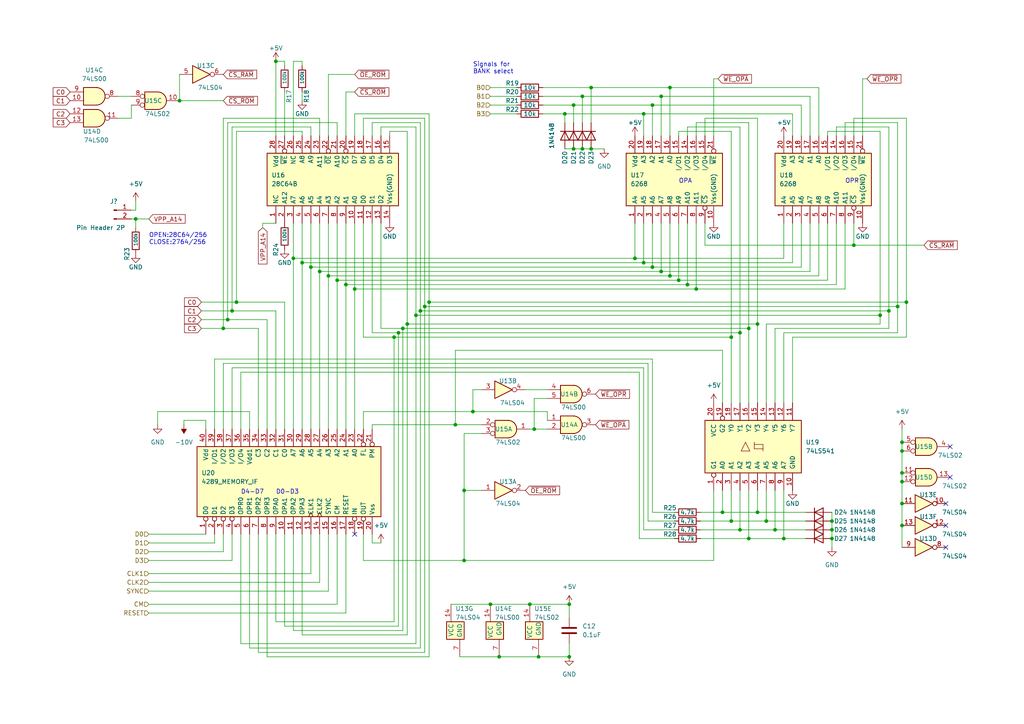
<source format=kicad_sch>
(kicad_sch (version 20211123) (generator eeschema)
  (paper "A4")
  (lib_symbols
    (symbol "000_MyLibrary:28C64B"
      (property "Reference" "U" (at -7.62 19.05 0))
      (property "Value" "28C64B" (at 1.27 19.05 0))
      (symbol "28C64B_1_1"
        (pin free line (at -12.7 15.24 0) (length 5.08) (name "NC") (number "1"))
        (pin input line (at -12.7 -7.62 0) (length 5.08) (name "A0") (number "10"))
        (pin tri_state line (at -12.7 -10.16 0) (length 5.08) (name "D0") (number "11"))
        (pin tri_state line (at -12.7 -12.7 0) (length 5.08) (name "D1") (number "12"))
        (pin tri_state line (at -12.7 -15.24 0) (length 5.08) (name "D2") (number "13"))
        (pin power_in line (at -12.7 -17.78 0) (length 5.08) (name "Vss(GND)") (number "14"))
        (pin tri_state line (at 12.7 -17.78 180) (length 5.08) (name "D3") (number "15"))
        (pin tri_state line (at 12.7 -15.24 180) (length 5.08) (name "D4") (number "16"))
        (pin tri_state line (at 12.7 -12.7 180) (length 5.08) (name "D5") (number "17"))
        (pin tri_state line (at 12.7 -10.16 180) (length 5.08) (name "D6") (number "18"))
        (pin tri_state line (at 12.7 -7.62 180) (length 5.08) (name "D7") (number "19"))
        (pin input line (at -12.7 12.7 0) (length 5.08) (name "A12") (number "2"))
        (pin input inverted (at 12.7 -5.08 180) (length 5.08) (name "~{CS}") (number "20"))
        (pin input line (at 12.7 -2.54 180) (length 5.08) (name "A10") (number "21"))
        (pin input inverted (at 12.7 0 180) (length 5.08) (name "~{OE}") (number "22"))
        (pin input line (at 12.7 2.54 180) (length 5.08) (name "A11") (number "23"))
        (pin input line (at 12.7 5.08 180) (length 5.08) (name "A9") (number "24"))
        (pin input line (at 12.7 7.62 180) (length 5.08) (name "A8") (number "25"))
        (pin free line (at 12.7 10.16 180) (length 5.08) (name "NC") (number "26"))
        (pin input inverted (at 12.7 12.7 180) (length 5.08) (name "~{WE}") (number "27"))
        (pin power_in line (at 12.7 15.24 180) (length 5.08) (name "Vdd") (number "28"))
        (pin input line (at -12.7 10.16 0) (length 5.08) (name "A7") (number "3"))
        (pin input line (at -12.7 7.62 0) (length 5.08) (name "A6") (number "4"))
        (pin input line (at -12.7 5.08 0) (length 5.08) (name "A5") (number "5"))
        (pin input line (at -12.7 2.54 0) (length 5.08) (name "A4") (number "6"))
        (pin input line (at -12.7 0 0) (length 5.08) (name "A3") (number "7"))
        (pin input line (at -12.7 -2.54 0) (length 5.08) (name "A2") (number "8"))
        (pin input line (at -12.7 -5.08 0) (length 5.08) (name "A1") (number "9"))
      )
    )
    (symbol "000_MyLibrary:4289_MEMORY_IF"
      (property "Reference" "U" (at -7.62 30.48 0))
      (property "Value" "4289_MEMORY_IF" (at 7.62 27.94 0))
      (symbol "4289_MEMORY_IF_1_1"
        (pin bidirectional inverted (at -15.24 24.13 0) (length 5.08) (name "D0") (number "1"))
        (pin input line (at -15.24 1.27 0) (length 5.08) (name "OPA1") (number "10"))
        (pin input line (at -15.24 -1.27 0) (length 5.08) (name "OPA2") (number "11"))
        (pin input line (at -15.24 -3.81 0) (length 5.08) (name "OPA3") (number "12"))
        (pin input clock (at -15.24 -6.35 0) (length 5.08) (name "CLK1") (number "13"))
        (pin input clock (at -15.24 -8.89 0) (length 5.08) (name "CLK2") (number "14"))
        (pin input line (at -15.24 -11.43 0) (length 5.08) (name "SYNC") (number "15"))
        (pin input line (at -15.24 -13.97 0) (length 5.08) (name "CM") (number "16"))
        (pin input line (at -15.24 -16.51 0) (length 5.08) (name "RESET") (number "17"))
        (pin output inverted (at -15.24 -19.05 0) (length 5.08) (name "IN") (number "18"))
        (pin output inverted (at -15.24 -21.59 0) (length 5.08) (name "OUT") (number "19"))
        (pin bidirectional inverted (at -15.24 21.59 0) (length 5.08) (name "D1") (number "2"))
        (pin power_in line (at -15.24 -24.13 0) (length 5.08) (name "Vss") (number "20"))
        (pin output inverted (at 15.24 -24.13 180) (length 5.08) (name "PM") (number "21"))
        (pin output inverted (at 15.24 -21.59 180) (length 5.08) (name "FL") (number "22"))
        (pin output line (at 15.24 -19.05 180) (length 5.08) (name "A0") (number "23"))
        (pin output line (at 15.24 -16.51 180) (length 5.08) (name "A1") (number "24"))
        (pin output line (at 15.24 -13.97 180) (length 5.08) (name "A2") (number "25"))
        (pin output line (at 15.24 -11.43 180) (length 5.08) (name "A3") (number "26"))
        (pin output line (at 15.24 -8.89 180) (length 5.08) (name "A4") (number "27"))
        (pin output line (at 15.24 -6.35 180) (length 5.08) (name "A5") (number "28"))
        (pin output line (at 15.24 -3.81 180) (length 5.08) (name "A6") (number "29"))
        (pin bidirectional inverted (at -15.24 19.05 0) (length 5.08) (name "D2") (number "3"))
        (pin output line (at 15.24 -1.27 180) (length 5.08) (name "A7") (number "30"))
        (pin output line (at 15.24 1.27 180) (length 5.08) (name "C0") (number "31"))
        (pin output line (at 15.24 3.81 180) (length 5.08) (name "C1") (number "32"))
        (pin output line (at 15.24 6.35 180) (length 5.08) (name "C2") (number "33"))
        (pin output line (at 15.24 8.89 180) (length 5.08) (name "C3") (number "34"))
        (pin power_in line (at 15.24 11.43 180) (length 5.08) (name "Vdd1") (number "35"))
        (pin bidirectional line (at 15.24 13.97 180) (length 5.08) (name "I/O4") (number "36"))
        (pin bidirectional line (at 15.24 16.51 180) (length 5.08) (name "I/O3") (number "37"))
        (pin bidirectional line (at 15.24 19.05 180) (length 5.08) (name "I/O2") (number "38"))
        (pin bidirectional line (at 15.24 21.59 180) (length 5.08) (name "I/O1") (number "39"))
        (pin bidirectional inverted (at -15.24 16.51 0) (length 5.08) (name "D3") (number "4"))
        (pin power_in line (at 15.24 24.13 180) (length 5.08) (name "Vdd") (number "40"))
        (pin input line (at -15.24 13.97 0) (length 5.08) (name "OPR0") (number "5"))
        (pin input line (at -15.24 11.43 0) (length 5.08) (name "OPR1") (number "6"))
        (pin input line (at -15.24 8.89 0) (length 5.08) (name "OPR2") (number "7"))
        (pin input line (at -15.24 6.35 0) (length 5.08) (name "OPR3") (number "8"))
        (pin input line (at -15.24 3.81 0) (length 5.08) (name "OPA0") (number "9"))
      )
    )
    (symbol "000_MyLibrary:6268"
      (property "Reference" "U" (at -6.35 13.97 0))
      (property "Value" "6268" (at 2.54 13.97 0))
      (symbol "6268_1_1"
        (pin input line (at -12.7 10.16 0) (length 5.08) (name "A4") (number "1"))
        (pin power_in line (at -12.7 -12.7 0) (length 5.08) (name "Vss(GND)") (number "10"))
        (pin tri_state line (at 12.7 -5.08 180) (length 5.08) (name "I/O2") (number "14"))
        (pin tri_state line (at 12.7 -2.54 180) (length 5.08) (name "I/O1") (number "15"))
        (pin tri_state line (at 12.7 -10.16 180) (length 5.08) (name "I/O4") (number "15"))
        (pin input line (at 12.7 0 180) (length 5.08) (name "A0") (number "16"))
        (pin tri_state line (at 12.7 -7.62 180) (length 5.08) (name "I/O3") (number "16"))
        (pin input line (at 12.7 2.54 180) (length 5.08) (name "A1") (number "17"))
        (pin input line (at 12.7 5.08 180) (length 5.08) (name "A2") (number "18"))
        (pin input line (at 12.7 7.62 180) (length 5.08) (name "A3") (number "19"))
        (pin input line (at -12.7 7.62 0) (length 5.08) (name "A5") (number "2"))
        (pin power_in line (at 12.7 10.16 180) (length 5.08) (name "Vdd") (number "20"))
        (pin input inverted (at 12.7 -12.7 180) (length 5.08) (name "~{WE}") (number "21"))
        (pin input line (at -12.7 5.08 0) (length 5.08) (name "A6") (number "3"))
        (pin input line (at -12.7 2.54 0) (length 5.08) (name "A7") (number "4"))
        (pin input line (at -12.7 0 0) (length 5.08) (name "A8") (number "5"))
        (pin input line (at -12.7 -2.54 0) (length 5.08) (name "A9") (number "6"))
        (pin input line (at -12.7 -5.08 0) (length 5.08) (name "A10") (number "7"))
        (pin input line (at -12.7 -7.62 0) (length 5.08) (name "A11") (number "8"))
        (pin input inverted (at -12.7 -10.16 0) (length 5.08) (name "~{CS}") (number "9"))
      )
    )
    (symbol "000_MyLibrary:74LS00" (pin_names (offset 1.016))
      (property "Reference" "U" (at -1.27 6.35 0))
      (property "Value" "74LS00" (at 1.27 3.81 0))
      (symbol "74LS00_1_1"
        (pin input line (at -7.62 1.27 0) (length 3.81) (name "~") (number "1"))
        (pin input line (at -7.62 -1.27 0) (length 3.81) (name "~") (number "2"))
        (pin output inverted (at 6.35 0 180) (length 3.81) (name "~") (number "3"))
      )
      (symbol "74LS00_1_2"
        (pin input inverted (at -7.62 1.27 0) (length 4.318) (name "~") (number "1"))
        (pin input inverted (at -7.62 -1.27 0) (length 4.318) (name "~") (number "2"))
        (pin output line (at 6.35 0 180) (length 3.81) (name "~") (number "3"))
      )
      (symbol "74LS00_2_1"
        (pin input line (at -7.62 1.27 0) (length 3.81) (name "~") (number "4"))
        (pin input line (at -7.62 -1.27 0) (length 3.81) (name "~") (number "5"))
        (pin output inverted (at 6.35 0 180) (length 3.81) (name "~") (number "6"))
      )
      (symbol "74LS00_2_2"
        (pin input inverted (at -7.62 1.27 0) (length 4.318) (name "~") (number "4"))
        (pin input inverted (at -7.62 -1.27 0) (length 4.318) (name "~") (number "5"))
        (pin output line (at 6.35 0 180) (length 3.81) (name "~") (number "6"))
      )
      (symbol "74LS00_3_1"
        (pin input line (at -7.62 -1.27 0) (length 3.81) (name "~") (number "10"))
        (pin output inverted (at 6.35 0 180) (length 3.81) (name "~") (number "8"))
        (pin input line (at -7.62 1.27 0) (length 3.81) (name "~") (number "9"))
      )
      (symbol "74LS00_3_2"
        (pin input inverted (at -7.62 -1.27 0) (length 4.318) (name "~") (number "10"))
        (pin output line (at 6.35 0 180) (length 3.81) (name "~") (number "8"))
        (pin input inverted (at -7.62 1.27 0) (length 4.318) (name "~") (number "9"))
      )
      (symbol "74LS00_4_1"
        (pin output inverted (at 6.35 0 180) (length 3.81) (name "~") (number "11"))
        (pin input line (at -7.62 1.27 0) (length 3.81) (name "~") (number "12"))
        (pin input line (at -7.62 -1.27 0) (length 3.81) (name "~") (number "13"))
      )
      (symbol "74LS00_4_2"
        (pin output line (at 6.35 0 180) (length 3.81) (name "~") (number "11"))
        (pin input inverted (at -7.62 1.27 0) (length 4.318) (name "~") (number "12"))
        (pin input inverted (at -7.62 -1.27 0) (length 4.318) (name "~") (number "13"))
      )
      (symbol "74LS00_5_0"
        (pin power_in line (at -1.27 7.62 270) (length 5.08) (name "VCC") (number "14"))
        (pin power_in line (at 1.27 -7.62 90) (length 5.08) (name "GND") (number "7"))
      )
    )
    (symbol "000_MyLibrary:74LS02" (pin_names (offset 1.016))
      (property "Reference" "U" (at 0 6.35 0))
      (property "Value" "74LS02" (at 2.54 3.81 0))
      (symbol "74LS02_1_1"
        (pin output inverted (at 6.35 0 180) (length 3.81) (name "~") (number "1"))
        (pin input line (at -7.62 1.27 0) (length 4.318) (name "~") (number "2"))
        (pin input line (at -7.62 -1.27 0) (length 4.318) (name "~") (number "3"))
      )
      (symbol "74LS02_1_2"
        (pin output line (at 6.35 0 180) (length 3.81) (name "~") (number "1"))
        (pin input inverted (at -7.62 1.27 0) (length 3.81) (name "~") (number "2"))
        (pin input inverted (at -7.62 -1.27 0) (length 3.81) (name "~") (number "3"))
      )
      (symbol "74LS02_2_1"
        (pin output inverted (at 6.35 0 180) (length 3.81) (name "~") (number "4"))
        (pin input line (at -7.62 1.27 0) (length 4.318) (name "~") (number "5"))
        (pin input line (at -7.62 -1.27 0) (length 4.318) (name "~") (number "6"))
      )
      (symbol "74LS02_2_2"
        (pin output line (at 6.35 0 180) (length 3.81) (name "~") (number "4"))
        (pin input inverted (at -7.62 1.27 0) (length 3.81) (name "~") (number "5"))
        (pin input inverted (at -7.62 -1.27 0) (length 3.81) (name "~") (number "6"))
      )
      (symbol "74LS02_3_1"
        (pin output inverted (at 6.35 0 180) (length 3.81) (name "~") (number "10"))
        (pin input line (at -7.62 1.27 0) (length 4.318) (name "~") (number "8"))
        (pin input line (at -7.62 -1.27 0) (length 4.318) (name "~") (number "9"))
      )
      (symbol "74LS02_3_2"
        (pin output line (at 6.35 0 180) (length 3.81) (name "~") (number "10"))
        (pin input inverted (at -7.62 1.27 0) (length 3.81) (name "~") (number "8"))
        (pin input inverted (at -7.62 -1.27 0) (length 3.81) (name "~") (number "9"))
      )
      (symbol "74LS02_4_1"
        (pin input line (at -7.62 1.27 0) (length 4.318) (name "~") (number "11"))
        (pin input line (at -7.62 -1.27 0) (length 4.318) (name "~") (number "12"))
        (pin output inverted (at 6.35 0 180) (length 3.81) (name "~") (number "13"))
      )
      (symbol "74LS02_4_2"
        (pin input inverted (at -7.62 1.27 0) (length 3.81) (name "~") (number "11"))
        (pin input inverted (at -7.62 -1.27 0) (length 3.81) (name "~") (number "12"))
        (pin output line (at 6.35 0 180) (length 3.81) (name "~") (number "13"))
      )
      (symbol "74LS02_5_0"
        (pin power_in line (at -1.27 7.62 270) (length 5.08) (name "VCC") (number "14"))
        (pin power_in line (at 1.27 -7.62 90) (length 5.08) (name "GND") (number "7"))
      )
    )
    (symbol "000_MyLibrary:74LS04"
      (property "Reference" "U" (at 0 5.08 0))
      (property "Value" "74LS04" (at 2.54 2.54 0))
      (symbol "74LS04_1_0"
        (pin input line (at -6.35 0 0) (length 3.81) (name "~") (number "1"))
        (pin output inverted (at 6.35 0 180) (length 3.81) (name "~") (number "2"))
      )
      (symbol "74LS04_2_0"
        (pin input line (at -6.35 0 0) (length 3.81) (name "~") (number "3"))
        (pin output inverted (at 6.35 0 180) (length 3.81) (name "~") (number "4"))
      )
      (symbol "74LS04_3_0"
        (pin input line (at -6.35 0 0) (length 3.81) (name "~") (number "5"))
        (pin output inverted (at 6.35 0 180) (length 3.81) (name "~") (number "6"))
      )
      (symbol "74LS04_4_0"
        (pin output inverted (at 6.35 0 180) (length 3.81) (name "~") (number "8"))
        (pin input line (at -6.35 0 0) (length 3.81) (name "~") (number "9"))
      )
      (symbol "74LS04_5_0"
        (pin output inverted (at 6.35 0 180) (length 3.81) (name "~") (number "10"))
        (pin input line (at -6.35 0 0) (length 3.81) (name "~") (number "11"))
      )
      (symbol "74LS04_6_0"
        (pin output inverted (at 6.35 0 180) (length 3.81) (name "~") (number "12"))
        (pin input line (at -6.35 0 0) (length 3.81) (name "~") (number "13"))
      )
      (symbol "74LS04_7_0"
        (pin power_in line (at -1.27 7.62 270) (length 5.08) (name "VCC") (number "14"))
        (pin power_in line (at 1.27 -7.62 90) (length 5.08) (name "GND") (number "7"))
      )
    )
    (symbol "000_MyLibrary:74LS541" (pin_names (offset 1.016))
      (property "Reference" "U" (at -7.62 15.24 0))
      (property "Value" "74LS541" (at 3.81 15.24 0))
      (symbol "74LS541_1_0"
        (pin input inverted (at -12.7 11.43 0) (length 5.08) (name "G1") (number "1"))
        (pin power_in line (at -12.7 -11.43 0) (length 5.08) (name "GND") (number "10"))
        (pin tri_state line (at 12.7 -11.43 180) (length 5.08) (name "Y7") (number "11"))
        (pin tri_state line (at 12.7 -8.89 180) (length 5.08) (name "Y6") (number "12"))
        (pin tri_state line (at 12.7 -6.35 180) (length 5.08) (name "Y5") (number "13"))
        (pin tri_state line (at 12.7 -3.81 180) (length 5.08) (name "Y4") (number "14"))
        (pin tri_state line (at 12.7 -1.27 180) (length 5.08) (name "Y3") (number "15"))
        (pin tri_state line (at 12.7 1.27 180) (length 5.08) (name "Y2") (number "16"))
        (pin tri_state line (at 12.7 3.81 180) (length 5.08) (name "Y1") (number "17"))
        (pin tri_state line (at 12.7 6.35 180) (length 5.08) (name "Y0") (number "18"))
        (pin input inverted (at 12.7 8.89 180) (length 5.08) (name "G2") (number "19"))
        (pin input line (at -12.7 8.89 0) (length 5.08) (name "A0") (number "2"))
        (pin power_in line (at 12.7 11.43 180) (length 5.08) (name "VCC") (number "20"))
        (pin input line (at -12.7 6.35 0) (length 5.08) (name "A1") (number "3"))
        (pin input line (at -12.7 3.81 0) (length 5.08) (name "A2") (number "4"))
        (pin input line (at -12.7 1.27 0) (length 5.08) (name "A3") (number "5"))
        (pin input line (at -12.7 -1.27 0) (length 5.08) (name "A4") (number "6"))
        (pin input line (at -12.7 -3.81 0) (length 5.08) (name "A5") (number "7"))
        (pin input line (at -12.7 -6.35 0) (length 5.08) (name "A6") (number "8"))
        (pin input line (at -12.7 -8.89 0) (length 5.08) (name "A7") (number "9"))
      )
    )
    (symbol "000_MyLibrary:C" (pin_numbers hide) (pin_names (offset 0.254))
      (property "Reference" "C" (at 0.635 2.54 0))
      (property "Value" "C" (at 0.635 -2.54 0))
      (symbol "C_1_1"
        (pin passive line (at 0 3.81 270) (length 2.794) (name "~") (number "1"))
        (pin passive line (at 0 -3.81 90) (length 2.794) (name "~") (number "2"))
      )
    )
    (symbol "000_MyLibrary:Conn_01x02_Male" (pin_names (offset 1.016) hide)
      (property "Reference" "J" (at 0 2.54 0))
      (property "Value" "Conn_01x02_Male" (at 0 -5.08 0))
      (symbol "Conn_01x02_Male_1_1"
        (pin passive line (at 5.08 0 180) (length 3.81) (name "Pin_1") (number "1"))
        (pin passive line (at 5.08 -2.54 180) (length 3.81) (name "Pin_2") (number "2"))
      )
    )
    (symbol "000_MyLibrary:R" (pin_numbers hide) (pin_names (offset 0))
      (property "Reference" "R" (at 2.032 0 90))
      (property "Value" "R" (at 0 0 90))
      (symbol "R_1_1"
        (pin passive line (at 0 3.81 270) (length 1.27) (name "~") (number "1"))
        (pin passive line (at 0 -3.81 90) (length 1.27) (name "~") (number "2"))
      )
    )
    (symbol "74LS00_1" (pin_names (offset 1.016))
      (property "Reference" "U" (at -1.27 6.35 0))
      (property "Value" "74LS00_1" (at 1.27 3.81 0))
      (symbol "74LS00_1_1_1"
        (pin input line (at -7.62 1.27 0) (length 3.81) (name "~") (number "1"))
        (pin input line (at -7.62 -1.27 0) (length 3.81) (name "~") (number "2"))
        (pin output inverted (at 6.35 0 180) (length 3.81) (name "~") (number "3"))
      )
      (symbol "74LS00_1_1_2"
        (pin input inverted (at -7.62 1.27 0) (length 4.318) (name "~") (number "1"))
        (pin input inverted (at -7.62 -1.27 0) (length 4.318) (name "~") (number "2"))
        (pin output line (at 6.35 0 180) (length 3.81) (name "~") (number "3"))
      )
      (symbol "74LS00_1_2_1"
        (pin input line (at -7.62 1.27 0) (length 3.81) (name "~") (number "4"))
        (pin input line (at -7.62 -1.27 0) (length 3.81) (name "~") (number "5"))
        (pin output inverted (at 6.35 0 180) (length 3.81) (name "~") (number "6"))
      )
      (symbol "74LS00_1_2_2"
        (pin input inverted (at -7.62 1.27 0) (length 4.318) (name "~") (number "4"))
        (pin input inverted (at -7.62 -1.27 0) (length 4.318) (name "~") (number "5"))
        (pin output line (at 6.35 0 180) (length 3.81) (name "~") (number "6"))
      )
      (symbol "74LS00_1_3_1"
        (pin input line (at -7.62 -1.27 0) (length 3.81) (name "~") (number "10"))
        (pin output inverted (at 6.35 0 180) (length 3.81) (name "~") (number "8"))
        (pin input line (at -7.62 1.27 0) (length 3.81) (name "~") (number "9"))
      )
      (symbol "74LS00_1_3_2"
        (pin input inverted (at -7.62 -1.27 0) (length 4.318) (name "~") (number "10"))
        (pin output line (at 6.35 0 180) (length 3.81) (name "~") (number "8"))
        (pin input inverted (at -7.62 1.27 0) (length 4.318) (name "~") (number "9"))
      )
      (symbol "74LS00_1_4_1"
        (pin output inverted (at 6.35 0 180) (length 3.81) (name "~") (number "11"))
        (pin input line (at -7.62 1.27 0) (length 3.81) (name "~") (number "12"))
        (pin input line (at -7.62 -1.27 0) (length 3.81) (name "~") (number "13"))
      )
      (symbol "74LS00_1_4_2"
        (pin output line (at 6.35 0 180) (length 3.81) (name "~") (number "11"))
        (pin input inverted (at -7.62 1.27 0) (length 4.318) (name "~") (number "12"))
        (pin input inverted (at -7.62 -1.27 0) (length 4.318) (name "~") (number "13"))
      )
      (symbol "74LS00_1_5_0"
        (pin power_in line (at -1.27 7.62 270) (length 5.08) (name "VCC") (number "14"))
        (pin power_in line (at 1.27 -7.62 90) (length 5.08) (name "GND") (number "7"))
      )
    )
    (symbol "74LS00_2" (pin_names (offset 1.016))
      (property "Reference" "U" (at -1.27 6.35 0))
      (property "Value" "74LS00_2" (at 1.27 3.81 0))
      (symbol "74LS00_2_1_1"
        (pin input line (at -7.62 1.27 0) (length 3.81) (name "~") (number "1"))
        (pin input line (at -7.62 -1.27 0) (length 3.81) (name "~") (number "2"))
        (pin output inverted (at 6.35 0 180) (length 3.81) (name "~") (number "3"))
      )
      (symbol "74LS00_2_1_2"
        (pin input inverted (at -7.62 1.27 0) (length 4.318) (name "~") (number "1"))
        (pin input inverted (at -7.62 -1.27 0) (length 4.318) (name "~") (number "2"))
        (pin output line (at 6.35 0 180) (length 3.81) (name "~") (number "3"))
      )
      (symbol "74LS00_2_2_1"
        (pin input line (at -7.62 1.27 0) (length 3.81) (name "~") (number "4"))
        (pin input line (at -7.62 -1.27 0) (length 3.81) (name "~") (number "5"))
        (pin output inverted (at 6.35 0 180) (length 3.81) (name "~") (number "6"))
      )
      (symbol "74LS00_2_2_2"
        (pin input inverted (at -7.62 1.27 0) (length 4.318) (name "~") (number "4"))
        (pin input inverted (at -7.62 -1.27 0) (length 4.318) (name "~") (number "5"))
        (pin output line (at 6.35 0 180) (length 3.81) (name "~") (number "6"))
      )
      (symbol "74LS00_2_3_1"
        (pin input line (at -7.62 -1.27 0) (length 3.81) (name "~") (number "10"))
        (pin output inverted (at 6.35 0 180) (length 3.81) (name "~") (number "8"))
        (pin input line (at -7.62 1.27 0) (length 3.81) (name "~") (number "9"))
      )
      (symbol "74LS00_2_3_2"
        (pin input inverted (at -7.62 -1.27 0) (length 4.318) (name "~") (number "10"))
        (pin output line (at 6.35 0 180) (length 3.81) (name "~") (number "8"))
        (pin input inverted (at -7.62 1.27 0) (length 4.318) (name "~") (number "9"))
      )
      (symbol "74LS00_2_4_1"
        (pin output inverted (at 6.35 0 180) (length 3.81) (name "~") (number "11"))
        (pin input line (at -7.62 1.27 0) (length 3.81) (name "~") (number "12"))
        (pin input line (at -7.62 -1.27 0) (length 3.81) (name "~") (number "13"))
      )
      (symbol "74LS00_2_4_2"
        (pin output line (at 6.35 0 180) (length 3.81) (name "~") (number "11"))
        (pin input inverted (at -7.62 1.27 0) (length 4.318) (name "~") (number "12"))
        (pin input inverted (at -7.62 -1.27 0) (length 4.318) (name "~") (number "13"))
      )
      (symbol "74LS00_2_5_0"
        (pin power_in line (at -1.27 7.62 270) (length 5.08) (name "VCC") (number "14"))
        (pin power_in line (at 1.27 -7.62 90) (length 5.08) (name "GND") (number "7"))
      )
    )
    (symbol "74LS00_3" (pin_names (offset 1.016))
      (property "Reference" "U" (at -1.27 6.35 0))
      (property "Value" "74LS00_3" (at 1.27 3.81 0))
      (symbol "74LS00_3_1_1"
        (pin input line (at -7.62 1.27 0) (length 3.81) (name "~") (number "1"))
        (pin input line (at -7.62 -1.27 0) (length 3.81) (name "~") (number "2"))
        (pin output inverted (at 6.35 0 180) (length 3.81) (name "~") (number "3"))
      )
      (symbol "74LS00_3_1_2"
        (pin input inverted (at -7.62 1.27 0) (length 4.318) (name "~") (number "1"))
        (pin input inverted (at -7.62 -1.27 0) (length 4.318) (name "~") (number "2"))
        (pin output line (at 6.35 0 180) (length 3.81) (name "~") (number "3"))
      )
      (symbol "74LS00_3_2_1"
        (pin input line (at -7.62 1.27 0) (length 3.81) (name "~") (number "4"))
        (pin input line (at -7.62 -1.27 0) (length 3.81) (name "~") (number "5"))
        (pin output inverted (at 6.35 0 180) (length 3.81) (name "~") (number "6"))
      )
      (symbol "74LS00_3_2_2"
        (pin input inverted (at -7.62 1.27 0) (length 4.318) (name "~") (number "4"))
        (pin input inverted (at -7.62 -1.27 0) (length 4.318) (name "~") (number "5"))
        (pin output line (at 6.35 0 180) (length 3.81) (name "~") (number "6"))
      )
      (symbol "74LS00_3_3_1"
        (pin input line (at -7.62 -1.27 0) (length 3.81) (name "~") (number "10"))
        (pin output inverted (at 6.35 0 180) (length 3.81) (name "~") (number "8"))
        (pin input line (at -7.62 1.27 0) (length 3.81) (name "~") (number "9"))
      )
      (symbol "74LS00_3_3_2"
        (pin input inverted (at -7.62 -1.27 0) (length 4.318) (name "~") (number "10"))
        (pin output line (at 6.35 0 180) (length 3.81) (name "~") (number "8"))
        (pin input inverted (at -7.62 1.27 0) (length 4.318) (name "~") (number "9"))
      )
      (symbol "74LS00_3_4_1"
        (pin output inverted (at 6.35 0 180) (length 3.81) (name "~") (number "11"))
        (pin input line (at -7.62 1.27 0) (length 3.81) (name "~") (number "12"))
        (pin input line (at -7.62 -1.27 0) (length 3.81) (name "~") (number "13"))
      )
      (symbol "74LS00_3_4_2"
        (pin output line (at 6.35 0 180) (length 3.81) (name "~") (number "11"))
        (pin input inverted (at -7.62 1.27 0) (length 4.318) (name "~") (number "12"))
        (pin input inverted (at -7.62 -1.27 0) (length 4.318) (name "~") (number "13"))
      )
      (symbol "74LS00_3_5_0"
        (pin power_in line (at -1.27 7.62 270) (length 5.08) (name "VCC") (number "14"))
        (pin power_in line (at 1.27 -7.62 90) (length 5.08) (name "GND") (number "7"))
      )
    )
    (symbol "74LS00_4" (pin_names (offset 1.016))
      (property "Reference" "U" (at -1.27 6.35 0))
      (property "Value" "74LS00_4" (at 1.27 3.81 0))
      (symbol "74LS00_4_1_1"
        (pin input line (at -7.62 1.27 0) (length 3.81) (name "~") (number "1"))
        (pin input line (at -7.62 -1.27 0) (length 3.81) (name "~") (number "2"))
        (pin output inverted (at 6.35 0 180) (length 3.81) (name "~") (number "3"))
      )
      (symbol "74LS00_4_1_2"
        (pin input inverted (at -7.62 1.27 0) (length 4.318) (name "~") (number "1"))
        (pin input inverted (at -7.62 -1.27 0) (length 4.318) (name "~") (number "2"))
        (pin output line (at 6.35 0 180) (length 3.81) (name "~") (number "3"))
      )
      (symbol "74LS00_4_2_1"
        (pin input line (at -7.62 1.27 0) (length 3.81) (name "~") (number "4"))
        (pin input line (at -7.62 -1.27 0) (length 3.81) (name "~") (number "5"))
        (pin output inverted (at 6.35 0 180) (length 3.81) (name "~") (number "6"))
      )
      (symbol "74LS00_4_2_2"
        (pin input inverted (at -7.62 1.27 0) (length 4.318) (name "~") (number "4"))
        (pin input inverted (at -7.62 -1.27 0) (length 4.318) (name "~") (number "5"))
        (pin output line (at 6.35 0 180) (length 3.81) (name "~") (number "6"))
      )
      (symbol "74LS00_4_3_1"
        (pin input line (at -7.62 -1.27 0) (length 3.81) (name "~") (number "10"))
        (pin output inverted (at 6.35 0 180) (length 3.81) (name "~") (number "8"))
        (pin input line (at -7.62 1.27 0) (length 3.81) (name "~") (number "9"))
      )
      (symbol "74LS00_4_3_2"
        (pin input inverted (at -7.62 -1.27 0) (length 4.318) (name "~") (number "10"))
        (pin output line (at 6.35 0 180) (length 3.81) (name "~") (number "8"))
        (pin input inverted (at -7.62 1.27 0) (length 4.318) (name "~") (number "9"))
      )
      (symbol "74LS00_4_4_1"
        (pin output inverted (at 6.35 0 180) (length 3.81) (name "~") (number "11"))
        (pin input line (at -7.62 1.27 0) (length 3.81) (name "~") (number "12"))
        (pin input line (at -7.62 -1.27 0) (length 3.81) (name "~") (number "13"))
      )
      (symbol "74LS00_4_4_2"
        (pin output line (at 6.35 0 180) (length 3.81) (name "~") (number "11"))
        (pin input inverted (at -7.62 1.27 0) (length 4.318) (name "~") (number "12"))
        (pin input inverted (at -7.62 -1.27 0) (length 4.318) (name "~") (number "13"))
      )
      (symbol "74LS00_4_5_0"
        (pin power_in line (at -1.27 7.62 270) (length 5.08) (name "VCC") (number "14"))
        (pin power_in line (at 1.27 -7.62 90) (length 5.08) (name "GND") (number "7"))
      )
    )
    (symbol "Diode:1N4148" (pin_numbers hide) (pin_names hide)
      (property "Reference" "D" (at 0 2.54 0))
      (property "Value" "1N4148" (at 0 -2.54 0))
      (symbol "1N4148_1_1"
        (pin passive line (at -3.81 0 0) (length 2.54) (name "K") (number "1"))
        (pin passive line (at 3.81 0 180) (length 2.54) (name "A") (number "2"))
      )
    )
    (symbol "power:+5V" (power) (pin_names (offset 0))
      (property "Value" "+5V" (at 0 3.556 0))
      (symbol "+5V_1_1"
        (pin power_in line (at 0 0 90) (length 0) hide (name "+5V") (number "1"))
      )
    )
    (symbol "power:-10V" (power) (pin_names (offset 0))
      (property "Value" "-10V" (at 0 3.81 0))
      (symbol "-10V_0_0"
        (pin power_in line (at 0 0 90) (length 0) hide (name "-10V") (number "1"))
      )
    )
    (symbol "power:GND" (power) (pin_names (offset 0))
      (property "Value" "GND" (at 0 -3.81 0))
      (symbol "GND_1_1"
        (pin power_in line (at 0 0 270) (length 0) hide (name "GND") (number "1"))
      )
    )
  )
  (junction (at 85.09 74.93))
  (junction (at 124.46 87.63))
  (junction (at 186.69 76.2))
  (junction (at 201.93 83.82))
  (junction (at 194.31 25.4))
  (junction (at 166.37 30.48))
  (junction (at 142.24 175.26))
  (junction (at 241.3 151.13))
  (junction (at 217.17 156.21))
  (junction (at 184.15 74.93))
  (junction (at 132.08 123.19))
  (junction (at 154.94 124.46))
  (junction (at 196.85 81.28))
  (junction (at 191.77 27.94))
  (junction (at 261.62 152.4))
  (junction (at 97.79 81.28))
  (junction (at 115.57 96.52))
  (junction (at 214.63 153.67))
  (junction (at 90.17 77.47))
  (junction (at 241.3 153.67))
  (junction (at 39.37 63.5))
  (junction (at 100.33 82.55))
  (junction (at 186.69 33.02))
  (junction (at 95.25 80.01))
  (junction (at 137.16 119.38))
  (junction (at 199.39 82.55))
  (junction (at 120.65 91.44))
  (junction (at 144.78 190.5))
  (junction (at 241.3 156.21))
  (junction (at 114.3 97.79))
  (junction (at 255.27 91.44))
  (junction (at 262.89 87.63))
  (junction (at 118.11 93.98))
  (junction (at 261.62 137.16))
  (junction (at 257.81 90.17))
  (junction (at 87.63 76.2))
  (junction (at 64.77 95.25))
  (junction (at 121.92 90.17))
  (junction (at 134.62 162.56))
  (junction (at 247.65 71.12))
  (junction (at 68.58 87.63))
  (junction (at 123.19 88.9))
  (junction (at 261.62 130.81))
  (junction (at 156.21 190.5))
  (junction (at 116.84 95.25))
  (junction (at 52.07 29.21))
  (junction (at 261.62 146.05))
  (junction (at 165.1 190.5))
  (junction (at 153.67 175.26))
  (junction (at 166.37 43.18))
  (junction (at 92.71 78.74))
  (junction (at 171.45 25.4))
  (junction (at 168.91 27.94))
  (junction (at 189.23 77.47))
  (junction (at 261.62 139.7))
  (junction (at 191.77 78.74))
  (junction (at 219.71 93.98))
  (junction (at 67.31 90.17))
  (junction (at 212.09 151.13))
  (junction (at 260.35 88.9))
  (junction (at 209.55 148.59))
  (junction (at 194.31 80.01))
  (junction (at 212.09 97.79))
  (junction (at 134.62 142.24))
  (junction (at 168.91 43.18))
  (junction (at 217.17 95.25))
  (junction (at 80.01 17.78))
  (junction (at 261.62 128.27))
  (junction (at 222.25 151.13))
  (junction (at 189.23 30.48))
  (junction (at 224.79 153.67))
  (junction (at 102.87 83.82))
  (junction (at 219.71 148.59))
  (junction (at 163.83 33.02))
  (junction (at 171.45 43.18))
  (junction (at 165.1 175.26))
  (junction (at 227.33 156.21))
  (junction (at 214.63 96.52))
  (junction (at 66.04 92.71))
  (no_connect (at 274.32 146.05))
  (no_connect (at 102.87 154.94))
  (no_connect (at 274.32 158.75))
  (no_connect (at 274.32 152.4))
  (no_connect (at 275.59 129.54))
  (no_connect (at 275.59 138.43))
  (wire (pts (xy 102.87 83.82) (xy 102.87 124.46)))
  (wire (pts (xy 212.09 142.24) (xy 212.09 151.13)))
  (wire (pts (xy 92.71 39.37) (xy 92.71 34.29)))
  (wire (pts (xy 186.69 33.02) (xy 186.69 39.37)))
  (wire (pts (xy 222.25 142.24) (xy 222.25 151.13)))
  (wire (pts (xy 107.95 35.56) (xy 121.92 35.56)))
  (wire (pts (xy 120.65 91.44) (xy 255.27 91.44)))
  (wire (pts (xy 77.47 124.46) (xy 77.47 92.71)))
  (wire (pts (xy 158.75 115.57) (xy 154.94 115.57)))
  (wire (pts (xy 142.24 33.02) (xy 149.86 33.02)))
  (wire (pts (xy 68.58 87.63) (xy 82.55 87.63)))
  (wire (pts (xy 92.71 78.74) (xy 191.77 78.74)))
  (wire (pts (xy 116.84 95.25) (xy 217.17 95.25)))
  (wire (pts (xy 133.35 190.5) (xy 144.78 190.5)))
  (wire (pts (xy 80.01 17.78) (xy 80.01 39.37)))
  (wire (pts (xy 186.69 153.67) (xy 195.58 153.67)))
  (wire (pts (xy 199.39 64.77) (xy 199.39 82.55)))
  (wire (pts (xy 242.57 39.37) (xy 242.57 36.83)))
  (wire (pts (xy 207.01 22.86) (xy 208.28 22.86)))
  (wire (pts (xy 209.55 101.6) (xy 132.08 101.6)))
  (wire (pts (xy 87.63 184.15) (xy 118.11 184.15)))
  (wire (pts (xy 116.84 95.25) (xy 116.84 182.88)))
  (wire (pts (xy 196.85 81.28) (xy 240.03 81.28)))
  (wire (pts (xy 240.03 64.77) (xy 240.03 81.28)))
  (wire (pts (xy 80.01 154.94) (xy 80.01 180.34)))
  (wire (pts (xy 87.63 38.1) (xy 87.63 39.37)))
  (wire (pts (xy 80.01 180.34) (xy 114.3 180.34)))
  (wire (pts (xy 144.78 190.5) (xy 156.21 190.5)))
  (wire (pts (xy 261.62 152.4) (xy 261.62 158.75)))
  (wire (pts (xy 224.79 95.25) (xy 224.79 116.84)))
  (wire (pts (xy 110.49 95.25) (xy 116.84 95.25)))
  (wire (pts (xy 82.55 181.61) (xy 115.57 181.61)))
  (wire (pts (xy 97.79 81.28) (xy 196.85 81.28)))
  (wire (pts (xy 105.41 34.29) (xy 123.19 34.29)))
  (wire (pts (xy 90.17 77.47) (xy 189.23 77.47)))
  (wire (pts (xy 66.04 92.71) (xy 66.04 35.56)))
  (wire (pts (xy 95.25 21.59) (xy 102.87 21.59)))
  (wire (pts (xy 100.33 82.55) (xy 199.39 82.55)))
  (wire (pts (xy 74.93 95.25) (xy 64.77 95.25)))
  (wire (pts (xy 166.37 30.48) (xy 166.37 35.56)))
  (wire (pts (xy 153.67 124.46) (xy 154.94 124.46)))
  (wire (pts (xy 214.63 96.52) (xy 214.63 116.84)))
  (wire (pts (xy 123.19 34.29) (xy 123.19 88.9)))
  (wire (pts (xy 199.39 36.83) (xy 214.63 36.83)))
  (wire (pts (xy 189.23 104.14) (xy 189.23 148.59)))
  (wire (pts (xy 247.65 71.12) (xy 267.97 71.12)))
  (wire (pts (xy 64.77 95.25) (xy 64.77 34.29)))
  (wire (pts (xy 204.47 39.37) (xy 204.47 34.29)))
  (wire (pts (xy 156.21 190.5) (xy 165.1 190.5)))
  (wire (pts (xy 87.63 38.1) (xy 68.58 38.1)))
  (wire (pts (xy 67.31 106.68) (xy 186.69 106.68)))
  (wire (pts (xy 52.07 21.59) (xy 52.07 29.21)))
  (wire (pts (xy 123.19 189.23) (xy 74.93 189.23)))
  (wire (pts (xy 250.19 22.86) (xy 251.46 22.86)))
  (wire (pts (xy 166.37 43.18) (xy 168.91 43.18)))
  (wire (pts (xy 247.65 64.77) (xy 247.65 71.12)))
  (wire (pts (xy 157.48 30.48) (xy 166.37 30.48)))
  (wire (pts (xy 62.23 104.14) (xy 62.23 124.46)))
  (wire (pts (xy 242.57 36.83) (xy 257.81 36.83)))
  (wire (pts (xy 163.83 33.02) (xy 163.83 35.56)))
  (wire (pts (xy 191.77 78.74) (xy 234.95 78.74)))
  (wire (pts (xy 142.24 175.26) (xy 153.67 175.26)))
  (wire (pts (xy 85.09 39.37) (xy 85.09 17.78)))
  (wire (pts (xy 171.45 25.4) (xy 171.45 35.56)))
  (wire (pts (xy 185.42 156.21) (xy 195.58 156.21)))
  (wire (pts (xy 72.39 154.94) (xy 72.39 187.96)))
  (wire (pts (xy 69.85 107.95) (xy 69.85 124.46)))
  (wire (pts (xy 105.41 119.38) (xy 137.16 119.38)))
  (wire (pts (xy 261.62 130.81) (xy 261.62 137.16)))
  (wire (pts (xy 234.95 64.77) (xy 234.95 78.74)))
  (wire (pts (xy 241.3 153.67) (xy 241.3 156.21)))
  (wire (pts (xy 90.17 64.77) (xy 90.17 77.47)))
  (wire (pts (xy 245.11 35.56) (xy 260.35 35.56)))
  (wire (pts (xy 69.85 107.95) (xy 185.42 107.95)))
  (wire (pts (xy 66.04 35.56) (xy 97.79 35.56)))
  (wire (pts (xy 72.39 187.96) (xy 121.92 187.96)))
  (wire (pts (xy 43.18 166.37) (xy 90.17 166.37)))
  (wire (pts (xy 58.42 87.63) (xy 68.58 87.63)))
  (wire (pts (xy 157.48 25.4) (xy 171.45 25.4)))
  (wire (pts (xy 110.49 36.83) (xy 110.49 39.37)))
  (wire (pts (xy 203.2 148.59) (xy 209.55 148.59)))
  (wire (pts (xy 262.89 34.29) (xy 262.89 87.63)))
  (wire (pts (xy 203.2 153.67) (xy 214.63 153.67)))
  (wire (pts (xy 115.57 96.52) (xy 214.63 96.52)))
  (wire (pts (xy 227.33 156.21) (xy 233.68 156.21)))
  (wire (pts (xy 124.46 87.63) (xy 124.46 190.5)))
  (wire (pts (xy 39.37 58.42) (xy 39.37 60.96)))
  (wire (pts (xy 43.18 157.48) (xy 62.23 157.48)))
  (wire (pts (xy 100.33 26.67) (xy 102.87 26.67)))
  (wire (pts (xy 43.18 162.56) (xy 67.31 162.56)))
  (wire (pts (xy 139.7 142.24) (xy 134.62 142.24)))
  (wire (pts (xy 69.85 186.69) (xy 120.65 186.69)))
  (wire (pts (xy 196.85 39.37) (xy 196.85 38.1)))
  (wire (pts (xy 105.41 97.79) (xy 114.3 97.79)))
  (wire (pts (xy 165.1 179.07) (xy 165.1 175.26)))
  (wire (pts (xy 219.71 93.98) (xy 219.71 116.84)))
  (wire (pts (xy 100.33 64.77) (xy 100.33 82.55)))
  (wire (pts (xy 38.1 30.48) (xy 38.1 34.29)))
  (wire (pts (xy 255.27 91.44) (xy 255.27 93.98)))
  (wire (pts (xy 142.24 30.48) (xy 149.86 30.48)))
  (wire (pts (xy 157.48 33.02) (xy 163.83 33.02)))
  (wire (pts (xy 222.25 151.13) (xy 233.68 151.13)))
  (wire (pts (xy 245.11 64.77) (xy 245.11 83.82)))
  (wire (pts (xy 203.2 156.21) (xy 217.17 156.21)))
  (wire (pts (xy 257.81 36.83) (xy 257.81 90.17)))
  (wire (pts (xy 110.49 36.83) (xy 120.65 36.83)))
  (wire (pts (xy 76.2 64.77) (xy 76.2 66.04)))
  (wire (pts (xy 186.69 33.02) (xy 229.87 33.02)))
  (wire (pts (xy 217.17 142.24) (xy 217.17 156.21)))
  (wire (pts (xy 105.41 162.56) (xy 134.62 162.56)))
  (wire (pts (xy 137.16 119.38) (xy 158.75 119.38)))
  (wire (pts (xy 82.55 154.94) (xy 82.55 181.61)))
  (wire (pts (xy 72.39 124.46) (xy 72.39 119.38)))
  (wire (pts (xy 163.83 43.18) (xy 166.37 43.18)))
  (wire (pts (xy 97.79 64.77) (xy 97.79 81.28)))
  (wire (pts (xy 134.62 125.73) (xy 139.7 125.73)))
  (wire (pts (xy 224.79 153.67) (xy 233.68 153.67)))
  (wire (pts (xy 107.95 124.46) (xy 107.95 123.19)))
  (wire (pts (xy 107.95 157.48) (xy 110.49 157.48)))
  (wire (pts (xy 219.71 148.59) (xy 233.68 148.59)))
  (wire (pts (xy 39.37 63.5) (xy 38.1 63.5)))
  (wire (pts (xy 194.31 25.4) (xy 194.31 39.37)))
  (wire (pts (xy 92.71 78.74) (xy 92.71 124.46)))
  (wire (pts (xy 229.87 97.79) (xy 262.89 97.79)))
  (wire (pts (xy 87.63 154.94) (xy 87.63 184.15)))
  (wire (pts (xy 240.03 39.37) (xy 240.03 38.1)))
  (wire (pts (xy 234.95 27.94) (xy 191.77 27.94)))
  (wire (pts (xy 247.65 39.37) (xy 247.65 34.29)))
  (wire (pts (xy 219.71 34.29) (xy 219.71 93.98)))
  (wire (pts (xy 107.95 35.56) (xy 107.95 39.37)))
  (wire (pts (xy 121.92 90.17) (xy 257.81 90.17)))
  (wire (pts (xy 232.41 64.77) (xy 232.41 77.47)))
  (wire (pts (xy 82.55 87.63) (xy 82.55 124.46)))
  (wire (pts (xy 110.49 64.77) (xy 110.49 95.25)))
  (wire (pts (xy 227.33 156.21) (xy 217.17 156.21)))
  (wire (pts (xy 67.31 36.83) (xy 90.17 36.83)))
  (wire (pts (xy 90.17 77.47) (xy 90.17 124.46)))
  (wire (pts (xy 157.48 27.94) (xy 168.91 27.94)))
  (wire (pts (xy 85.09 74.93) (xy 184.15 74.93)))
  (wire (pts (xy 90.17 36.83) (xy 90.17 39.37)))
  (wire (pts (xy 107.95 64.77) (xy 107.95 96.52)))
  (wire (pts (xy 201.93 39.37) (xy 201.93 35.56)))
  (wire (pts (xy 87.63 29.21) (xy 87.63 26.67)))
  (wire (pts (xy 102.87 33.02) (xy 102.87 39.37)))
  (wire (pts (xy 85.09 74.93) (xy 85.09 124.46)))
  (wire (pts (xy 53.34 121.92) (xy 59.69 121.92)))
  (wire (pts (xy 209.55 101.6) (xy 209.55 116.84)))
  (wire (pts (xy 184.15 74.93) (xy 227.33 74.93)))
  (wire (pts (xy 217.17 35.56) (xy 217.17 95.25)))
  (wire (pts (xy 219.71 142.24) (xy 219.71 148.59)))
  (wire (pts (xy 124.46 33.02) (xy 102.87 33.02)))
  (wire (pts (xy 58.42 92.71) (xy 66.04 92.71)))
  (wire (pts (xy 261.62 128.27) (xy 261.62 130.81)))
  (wire (pts (xy 43.18 171.45) (xy 95.25 171.45)))
  (wire (pts (xy 82.55 19.05) (xy 82.55 17.78)))
  (wire (pts (xy 97.79 35.56) (xy 97.79 39.37)))
  (wire (pts (xy 222.25 93.98) (xy 222.25 116.84)))
  (wire (pts (xy 80.01 124.46) (xy 80.01 90.17)))
  (wire (pts (xy 168.91 27.94) (xy 191.77 27.94)))
  (wire (pts (xy 158.75 119.38) (xy 158.75 121.92)))
  (wire (pts (xy 189.23 39.37) (xy 189.23 30.48)))
  (wire (pts (xy 45.72 119.38) (xy 45.72 123.19)))
  (wire (pts (xy 168.91 27.94) (xy 168.91 35.56)))
  (wire (pts (xy 59.69 121.92) (xy 59.69 124.46)))
  (wire (pts (xy 217.17 95.25) (xy 217.17 116.84)))
  (wire (pts (xy 115.57 96.52) (xy 115.57 181.61)))
  (wire (pts (xy 201.93 35.56) (xy 217.17 35.56)))
  (wire (pts (xy 77.47 92.71) (xy 66.04 92.71)))
  (wire (pts (xy 214.63 153.67) (xy 224.79 153.67)))
  (wire (pts (xy 87.63 76.2) (xy 87.63 124.46)))
  (wire (pts (xy 124.46 87.63) (xy 124.46 33.02)))
  (wire (pts (xy 199.39 39.37) (xy 199.39 36.83)))
  (wire (pts (xy 132.08 101.6) (xy 132.08 123.19)))
  (wire (pts (xy 166.37 30.48) (xy 189.23 30.48)))
  (wire (pts (xy 68.58 38.1) (xy 68.58 87.63)))
  (wire (pts (xy 39.37 60.96) (xy 38.1 60.96)))
  (wire (pts (xy 102.87 83.82) (xy 201.93 83.82)))
  (wire (pts (xy 95.25 80.01) (xy 95.25 124.46)))
  (wire (pts (xy 261.62 146.05) (xy 261.62 152.4)))
  (wire (pts (xy 95.25 80.01) (xy 194.31 80.01)))
  (wire (pts (xy 105.41 64.77) (xy 105.41 97.79)))
  (wire (pts (xy 90.17 166.37) (xy 90.17 154.94)))
  (wire (pts (xy 87.63 76.2) (xy 186.69 76.2)))
  (wire (pts (xy 67.31 90.17) (xy 67.31 36.83)))
  (wire (pts (xy 241.3 156.21) (xy 241.3 158.75)))
  (wire (pts (xy 105.41 154.94) (xy 105.41 162.56)))
  (wire (pts (xy 53.34 121.92) (xy 53.34 123.19)))
  (wire (pts (xy 261.62 139.7) (xy 261.62 146.05)))
  (wire (pts (xy 39.37 63.5) (xy 39.37 66.04)))
  (wire (pts (xy 171.45 43.18) (xy 175.26 43.18)))
  (wire (pts (xy 74.93 124.46) (xy 74.93 95.25)))
  (wire (pts (xy 196.85 64.77) (xy 196.85 81.28)))
  (wire (pts (xy 113.03 38.1) (xy 118.11 38.1)))
  (wire (pts (xy 39.37 63.5) (xy 43.18 63.5)))
  (wire (pts (xy 52.07 29.21) (xy 64.77 29.21)))
  (wire (pts (xy 207.01 22.86) (xy 207.01 39.37)))
  (wire (pts (xy 201.93 64.77) (xy 201.93 83.82)))
  (wire (pts (xy 80.01 17.78) (xy 82.55 17.78)))
  (wire (pts (xy 204.47 34.29) (xy 219.71 34.29)))
  (wire (pts (xy 163.83 33.02) (xy 186.69 33.02)))
  (wire (pts (xy 97.79 81.28) (xy 97.79 124.46)))
  (wire (pts (xy 120.65 36.83) (xy 120.65 91.44)))
  (wire (pts (xy 152.4 113.03) (xy 158.75 113.03)))
  (wire (pts (xy 85.09 64.77) (xy 85.09 74.93)))
  (wire (pts (xy 229.87 33.02) (xy 229.87 39.37)))
  (wire (pts (xy 247.65 34.29) (xy 262.89 34.29)))
  (wire (pts (xy 203.2 151.13) (xy 212.09 151.13)))
  (wire (pts (xy 102.87 64.77) (xy 102.87 83.82)))
  (wire (pts (xy 92.71 64.77) (xy 92.71 78.74)))
  (wire (pts (xy 74.93 154.94) (xy 74.93 189.23)))
  (wire (pts (xy 124.46 87.63) (xy 262.89 87.63)))
  (wire (pts (xy 227.33 96.52) (xy 227.33 116.84)))
  (wire (pts (xy 187.96 105.41) (xy 187.96 151.13)))
  (wire (pts (xy 80.01 90.17) (xy 67.31 90.17)))
  (wire (pts (xy 209.55 142.24) (xy 209.55 148.59)))
  (wire (pts (xy 64.77 105.41) (xy 187.96 105.41)))
  (wire (pts (xy 100.33 177.8) (xy 43.18 177.8)))
  (wire (pts (xy 241.3 153.67) (xy 241.3 151.13)))
  (wire (pts (xy 113.03 38.1) (xy 113.03 39.37)))
  (wire (pts (xy 87.63 64.77) (xy 87.63 76.2)))
  (wire (pts (xy 118.11 38.1) (xy 118.11 93.98)))
  (wire (pts (xy 107.95 96.52) (xy 115.57 96.52)))
  (wire (pts (xy 207.01 162.56) (xy 207.01 142.24)))
  (wire (pts (xy 237.49 25.4) (xy 194.31 25.4)))
  (wire (pts (xy 212.09 97.79) (xy 212.09 116.84)))
  (wire (pts (xy 64.77 160.02) (xy 64.77 154.94)))
  (wire (pts (xy 199.39 82.55) (xy 242.57 82.55)))
  (wire (pts (xy 196.85 38.1) (xy 212.09 38.1)))
  (wire (pts (xy 260.35 88.9) (xy 260.35 96.52)))
  (wire (pts (xy 43.18 168.91) (xy 92.71 168.91)))
  (wire (pts (xy 227.33 96.52) (xy 260.35 96.52)))
  (wire (pts (xy 237.49 39.37) (xy 237.49 25.4)))
  (wire (pts (xy 212.09 151.13) (xy 222.25 151.13)))
  (wire (pts (xy 237.49 64.77) (xy 237.49 80.01)))
  (wire (pts (xy 137.16 113.03) (xy 137.16 119.38)))
  (wire (pts (xy 92.71 34.29) (xy 64.77 34.29)))
  (wire (pts (xy 245.11 39.37) (xy 245.11 35.56)))
  (wire (pts (xy 224.79 95.25) (xy 257.81 95.25)))
  (wire (pts (xy 43.18 160.02) (xy 64.77 160.02)))
  (wire (pts (xy 95.25 39.37) (xy 95.25 21.59)))
  (wire (pts (xy 121.92 35.56) (xy 121.92 90.17)))
  (wire (pts (xy 142.24 25.4) (xy 149.86 25.4)))
  (wire (pts (xy 204.47 71.12) (xy 247.65 71.12)))
  (wire (pts (xy 58.42 95.25) (xy 64.77 95.25)))
  (wire (pts (xy 201.93 83.82) (xy 245.11 83.82)))
  (wire (pts (xy 121.92 90.17) (xy 121.92 187.96)))
  (wire (pts (xy 142.24 27.94) (xy 149.86 27.94)))
  (wire (pts (xy 77.47 190.5) (xy 124.46 190.5)))
  (wire (pts (xy 227.33 64.77) (xy 227.33 74.93)))
  (wire (pts (xy 97.79 154.94) (xy 97.79 175.26)))
  (wire (pts (xy 76.2 64.77) (xy 80.01 64.77)))
  (wire (pts (xy 118.11 93.98) (xy 219.71 93.98)))
  (wire (pts (xy 107.95 123.19) (xy 132.08 123.19)))
  (wire (pts (xy 67.31 162.56) (xy 67.31 154.94)))
  (wire (pts (xy 43.18 154.94) (xy 59.69 154.94)))
  (wire (pts (xy 191.77 64.77) (xy 191.77 78.74)))
  (wire (pts (xy 58.42 90.17) (xy 67.31 90.17)))
  (wire (pts (xy 189.23 64.77) (xy 189.23 77.47)))
  (wire (pts (xy 171.45 25.4) (xy 194.31 25.4)))
  (wire (pts (xy 95.25 64.77) (xy 95.25 80.01)))
  (wire (pts (xy 191.77 39.37) (xy 191.77 27.94)))
  (wire (pts (xy 134.62 162.56) (xy 207.01 162.56)))
  (wire (pts (xy 186.69 64.77) (xy 186.69 76.2)))
  (wire (pts (xy 118.11 93.98) (xy 118.11 184.15)))
  (wire (pts (xy 153.67 175.26) (xy 165.1 175.26)))
  (wire (pts (xy 232.41 39.37) (xy 232.41 30.48)))
  (wire (pts (xy 229.87 64.77) (xy 229.87 76.2)))
  (wire (pts (xy 72.39 119.38) (xy 45.72 119.38)))
  (wire (pts (xy 85.09 17.78) (xy 87.63 17.78)))
  (wire (pts (xy 209.55 148.59) (xy 219.71 148.59)))
  (wire (pts (xy 194.31 80.01) (xy 237.49 80.01)))
  (wire (pts (xy 85.09 182.88) (xy 116.84 182.88)))
  (wire (pts (xy 69.85 154.94) (xy 69.85 186.69)))
  (wire (pts (xy 184.15 64.77) (xy 184.15 74.93)))
  (wire (pts (xy 168.91 43.18) (xy 171.45 43.18)))
  (wire (pts (xy 87.63 17.78) (xy 87.63 19.05)))
  (wire (pts (xy 262.89 87.63) (xy 262.89 97.79)))
  (wire (pts (xy 189.23 77.47) (xy 232.41 77.47)))
  (wire (pts (xy 34.29 27.94) (xy 38.1 27.94)))
  (wire (pts (xy 204.47 64.77) (xy 204.47 71.12)))
  (wire (pts (xy 241.3 151.13) (xy 241.3 148.59)))
  (wire (pts (xy 100.33 82.55) (xy 100.33 124.46)))
  (wire (pts (xy 212.09 38.1) (xy 212.09 97.79)))
  (wire (pts (xy 114.3 97.79) (xy 114.3 180.34)))
  (wire (pts (xy 130.81 175.26) (xy 142.24 175.26)))
  (wire (pts (xy 214.63 36.83) (xy 214.63 96.52)))
  (wire (pts (xy 257.81 90.17) (xy 257.81 95.25)))
  (wire (pts (xy 38.1 34.29) (xy 34.29 34.29)))
  (wire (pts (xy 187.96 151.13) (xy 195.58 151.13)))
  (wire (pts (xy 240.03 38.1) (xy 255.27 38.1)))
  (wire (pts (xy 67.31 106.68) (xy 67.31 124.46)))
  (wire (pts (xy 227.33 142.24) (xy 227.33 156.21)))
  (wire (pts (xy 186.69 76.2) (xy 229.87 76.2)))
  (wire (pts (xy 82.55 26.67) (xy 82.55 39.37)))
  (wire (pts (xy 123.19 88.9) (xy 260.35 88.9)))
  (wire (pts (xy 100.33 26.67) (xy 100.33 39.37)))
  (wire (pts (xy 261.62 124.46) (xy 261.62 128.27)))
  (wire (pts (xy 222.25 93.98) (xy 255.27 93.98)))
  (wire (pts (xy 154.94 115.57) (xy 154.94 124.46)))
  (wire (pts (xy 132.08 123.19) (xy 139.7 123.19)))
  (wire (pts (xy 92.71 168.91) (xy 92.71 154.94)))
  (wire (pts (xy 62.23 104.14) (xy 189.23 104.14)))
  (wire (pts (xy 77.47 154.94) (xy 77.47 190.5)))
  (wire (pts (xy 134.62 142.24) (xy 134.62 162.56)))
  (wire (pts (xy 97.79 175.26) (xy 43.18 175.26)))
  (wire (pts (xy 95.25 171.45) (xy 95.25 154.94)))
  (wire (pts (xy 120.65 91.44) (xy 120.65 186.69)))
  (wire (pts (xy 105.41 119.38) (xy 105.41 124.46)))
  (wire (pts (xy 100.33 154.94) (xy 100.33 177.8)))
  (wire (pts (xy 114.3 97.79) (xy 212.09 97.79)))
  (wire (pts (xy 224.79 142.24) (xy 224.79 153.67)))
  (wire (pts (xy 234.95 39.37) (xy 234.95 27.94)))
  (wire (pts (xy 194.31 64.77) (xy 194.31 80.01)))
  (wire (pts (xy 214.63 142.24) (xy 214.63 153.67)))
  (wire (pts (xy 62.23 157.48) (xy 62.23 154.94)))
  (wire (pts (xy 123.19 88.9) (xy 123.19 189.23)))
  (wire (pts (xy 154.94 124.46) (xy 158.75 124.46)))
  (wire (pts (xy 242.57 64.77) (xy 242.57 82.55)))
  (wire (pts (xy 186.69 106.68) (xy 186.69 153.67)))
  (wire (pts (xy 229.87 97.79) (xy 229.87 116.84)))
  (wire (pts (xy 189.23 148.59) (xy 195.58 148.59)))
  (wire (pts (xy 261.62 137.16) (xy 261.62 139.7)))
  (wire (pts (xy 139.7 113.03) (xy 137.16 113.03)))
  (wire (pts (xy 85.09 154.94) (xy 85.09 182.88)))
  (wire (pts (xy 165.1 186.69) (xy 165.1 190.5)))
  (wire (pts (xy 260.35 35.56) (xy 260.35 88.9)))
  (wire (pts (xy 250.19 22.86) (xy 250.19 39.37)))
  (wire (pts (xy 64.77 105.41) (xy 64.77 124.46)))
  (wire (pts (xy 107.95 154.94) (xy 107.95 157.48)))
  (wire (pts (xy 185.42 107.95) (xy 185.42 156.21)))
  (wire (pts (xy 255.27 38.1) (xy 255.27 91.44)))
  (wire (pts (xy 232.41 30.48) (xy 189.23 30.48)))
  (wire (pts (xy 134.62 125.73) (xy 134.62 142.24)))
  (wire (pts (xy 105.41 39.37) (xy 105.41 34.29)))
  (text "OPR" (at 245.11 53.34 0) (effects (font (size 1.27 1.27)) (justify left bottom)))
  (text "Signals for\nBANK select" (at 137.16 21.59 0) (effects (font (size 1.27 1.27)) (justify left bottom)))
  (text "D0-D3" (at 80.01 143.51 0) (effects (font (size 1.27 1.27)) (justify left bottom)))
  (text "D4-D7" (at 69.85 143.51 0) (effects (font (size 1.27 1.27)) (justify left bottom)))
  (text "OPEN:28C64/256\nCLOSE:2764/256" (at 43.18 71.12 0) (effects (font (size 1.27 1.27)) (justify left bottom)))
  (text "OPA" (at 196.85 53.34 0) (effects (font (size 1.27 1.27)) (justify left bottom)))
  (global_label "C2" (shape input) (at 20.32 33.02 180) (property "Intersheet References" "${INTERSHEET_REFS}" (effects hide)))
  (global_label "C1" (shape input) (at 20.32 29.21 180) (property "Intersheet References" "${INTERSHEET_REFS}" (effects hide)))
  (global_label "~{WE_OPR}" (shape input) (at 172.72 114.3 0) (property "Intersheet References" "${INTERSHEET_REFS}" (effects hide)))
  (global_label "C1" (shape input) (at 58.42 90.17 180) (property "Intersheet References" "${INTERSHEET_REFS}" (effects hide)))
  (global_label "C0" (shape input) (at 58.42 87.63 180) (property "Intersheet References" "${INTERSHEET_REFS}" (effects hide)))
  (global_label "~{CS_ROM}" (shape input) (at 64.77 29.21 0) (property "Intersheet References" "${INTERSHEET_REFS}" (effects hide)))
  (global_label "~{OE_ROM}" (shape input) (at 102.87 21.59 0) (property "Intersheet References" "${INTERSHEET_REFS}" (effects hide)))
  (global_label "C0" (shape input) (at 20.32 26.67 180) (property "Intersheet References" "${INTERSHEET_REFS}" (effects hide)))
  (global_label "~{CS_RAM}" (shape input) (at 267.97 71.12 0) (property "Intersheet References" "${INTERSHEET_REFS}" (effects hide)))
  (global_label "~{OE_ROM}" (shape input) (at 152.4 142.24 0) (property "Intersheet References" "${INTERSHEET_REFS}" (effects hide)))
  (global_label "~{WE_OPA}" (shape input) (at 208.28 22.86 0) (property "Intersheet References" "${INTERSHEET_REFS}" (effects hide)))
  (global_label "C3" (shape input) (at 58.42 95.25 180) (property "Intersheet References" "${INTERSHEET_REFS}" (effects hide)))
  (global_label "~{WE_OPR}" (shape input) (at 251.46 22.86 0) (property "Intersheet References" "${INTERSHEET_REFS}" (effects hide)))
  (global_label "~{CS_RAM}" (shape input) (at 64.77 21.59 0) (property "Intersheet References" "${INTERSHEET_REFS}" (effects hide)))
  (global_label "C2" (shape input) (at 58.42 92.71 180) (property "Intersheet References" "${INTERSHEET_REFS}" (effects hide)))
  (global_label "~{WE_OPA}" (shape input) (at 172.72 123.19 0) (property "Intersheet References" "${INTERSHEET_REFS}" (effects hide)))
  (global_label "~{CS_ROM}" (shape input) (at 102.87 26.67 0) (property "Intersheet References" "${INTERSHEET_REFS}" (effects hide)))
  (global_label "VPP_A14" (shape input) (at 43.18 63.5 0) (property "Intersheet References" "${INTERSHEET_REFS}" (effects hide)))
  (global_label "VPP_A14" (shape input) (at 76.2 66.04 270) (property "Intersheet References" "${INTERSHEET_REFS}" (effects hide)))
  (global_label "C3" (shape input) (at 20.32 35.56 180) (property "Intersheet References" "${INTERSHEET_REFS}" (effects hide)))
  (hierarchical_label "B0" (shape input) (at 142.24 25.4 180))
  (hierarchical_label "D0" (shape input) (at 43.18 154.94 180))
  (hierarchical_label "SYNC" (shape input) (at 43.18 171.45 180))
  (hierarchical_label "D3" (shape input) (at 43.18 162.56 180))
  (hierarchical_label "B2" (shape input) (at 142.24 30.48 180))
  (hierarchical_label "CLK2" (shape input) (at 43.18 168.91 180))
  (hierarchical_label "CM" (shape input) (at 43.18 175.26 180))
  (hierarchical_label "CLK1" (shape input) (at 43.18 166.37 180))
  (hierarchical_label "B3" (shape input) (at 142.24 33.02 180))
  (hierarchical_label "B1" (shape input) (at 142.24 27.94 180))
  (hierarchical_label "RESET" (shape input) (at 43.18 177.8 180))
  (hierarchical_label "D2" (shape input) (at 43.18 160.02 180))
  (hierarchical_label "D1" (shape input) (at 43.18 157.48 180))
  (symbol (lib_id "power:GND") (at 39.37 73.66 0) (unit 1)
    (property "Reference" "#PWR053" (effects hide))
    (property "Value" "GND" (at 39.37 77.47 0))
  )
  (symbol (lib_id "power:GND") (at 87.63 29.21 0) (unit 1)
    (property "Reference" "#PWR045" (effects hide))
    (property "Value" "GND" (at 87.63 33.02 0))
  )
  (symbol (lib_id "power:+5V") (at 184.15 39.37 0) (unit 1)
    (property "Reference" "#PWR046" (effects hide))
    (property "Value" "+5V" (at 184.15 35.56 0))
  )
  (symbol (lib_id "power:+5V") (at 261.62 124.46 0) (unit 1)
    (property "Reference" "#PWR058" (effects hide))
    (property "Value" "+5V" (at 261.62 119.38 0))
  )
  (symbol (lib_id "000_MyLibrary:74LS02") (at 147.32 124.46 0) (unit 1) (convert 2)
    (property "Reference" "U15" (at 146.05 124.46 0))
    (property "Value" "74LS02" (at 147.32 128.27 0))
    (property "Datasheet" "http://www.ti.com/lit/gpn/sn74ls02" (effects hide))
  )
  (symbol (lib_id "power:-10V") (at 53.34 123.19 180) (unit 1)
    (property "Reference" "#PWR057" (effects hide))
    (property "Value" "-10V" (at 53.34 128.27 0))
  )
  (symbol (lib_id "000_MyLibrary:74LS02") (at 269.24 129.54 0) (unit 2) (convert 2)
    (property "Reference" "U15" (at 267.97 129.54 0))
    (property "Value" "74LS02" (at 275.59 132.08 0))
    (property "Datasheet" "http://www.ti.com/lit/gpn/sn74ls02" (effects hide))
  )
  (symbol (lib_id "000_MyLibrary:74LS04") (at 267.97 158.75 0) (unit 4)
    (property "Reference" "U13" (at 269.24 156.21 0))
    (property "Value" "74LS04" (at 276.86 161.29 0))
    (property "Datasheet" "http://www.ti.com/lit/gpn/sn74LS04" (effects hide))
  )
  (symbol (lib_id "power:GND") (at 175.26 43.18 0) (unit 1)
    (property "Reference" "#PWR048" (effects hide))
    (property "Value" "GND" (at 175.26 48.26 0))
  )
  (symbol (lib_id "000_MyLibrary:74LS04") (at 267.97 146.05 0) (unit 5)
    (property "Reference" "U13" (at 269.24 143.51 0))
    (property "Value" "74LS04" (at 276.86 148.59 0))
    (property "Datasheet" "http://www.ti.com/lit/gpn/sn74LS04" (effects hide))
  )
  (symbol (lib_id "Diode:1N4148") (at 163.83 39.37 270) (unit 1)
    (property "Reference" "D20" (at 163.83 45.72 0))
    (property "Value" "1N4148" (at 160.02 39.37 0))
    (property "Footprint" "Diode_THT:D_DO-35_SOD27_P7.62mm_Horizontal" (effects hide))
    (property "Datasheet" "https://assets.nexperia.com/documents/data-sheet/1N4148_1N4448.pdf" (effects hide))
  )
  (symbol (lib_id "000_MyLibrary:R") (at 153.67 30.48 90) (unit 1)
    (property "Reference" "R21" (at 148.59 29.21 90))
    (property "Value" "10k" (at 153.67 30.48 90))
  )
  (symbol (lib_id "000_MyLibrary:R") (at 199.39 153.67 90) (unit 1)
    (property "Reference" "R27" (at 194.31 152.4 90))
    (property "Value" "4.7k" (at 199.39 153.67 90))
  )
  (symbol (lib_id "000_MyLibrary:R") (at 82.55 68.58 180) (unit 1)
    (property "Reference" "R24" (at 80.01 72.39 90))
    (property "Value" "100k" (at 82.55 68.191 90) (effects (font (size 1.016 1.016))))
  )
  (symbol (lib_id "000_MyLibrary:74LS02") (at 45.72 29.21 0) (unit 3) (convert 2)
    (property "Reference" "U15" (at 44.45 29.21 0))
    (property "Value" "74LS02" (at 45.72 33.02 0))
    (property "Datasheet" "http://www.ti.com/lit/gpn/sn74ls02" (effects hide))
  )
  (symbol (lib_id "Diode:1N4148") (at 237.49 151.13 0) (unit 1)
    (property "Reference" "D25" (at 243.84 151.13 0))
    (property "Value" "1N4148" (at 250.19 151.13 0))
    (property "Footprint" "Diode_THT:D_DO-35_SOD27_P7.62mm_Horizontal" (effects hide))
    (property "Datasheet" "https://assets.nexperia.com/documents/data-sheet/1N4148_1N4448.pdf" (effects hide))
  )
  (symbol (lib_id "power:+5V") (at 80.01 17.78 0) (unit 1)
    (property "Reference" "#PWR044" (effects hide))
    (property "Value" "+5V" (at 80.01 13.97 0))
  )
  (symbol (lib_id "Diode:1N4148") (at 166.37 39.37 270) (unit 1)
    (property "Reference" "D21" (at 166.37 45.72 0))
    (property "Value" "1N4148" (at 160.02 39.37 0))
    (property "Footprint" "Diode_THT:D_DO-35_SOD27_P7.62mm_Horizontal" (effects hide))
    (property "Datasheet" "https://assets.nexperia.com/documents/data-sheet/1N4148_1N4448.pdf" (effects hide))
  )
  (symbol (lib_name "74LS00_3") (lib_id "000_MyLibrary:74LS00") (at 166.37 114.3 0) (unit 2)
    (property "Reference" "U14" (at 165.1 114.3 0))
    (property "Value" "74LS00" (at 166.37 118.11 0))
    (property "Datasheet" "http://www.ti.com/lit/gpn/sn74ls00" (effects hide))
  )
  (symbol (lib_id "power:+5V") (at 207.01 116.84 0) (unit 1)
    (property "Reference" "#PWR055" (effects hide))
    (property "Value" "+5V" (at 207.01 111.76 0))
  )
  (symbol (lib_id "Diode:1N4148") (at 171.45 39.37 270) (unit 1)
    (property "Reference" "D23" (at 171.45 45.72 0))
    (property "Value" "1N4148" (at 160.02 39.37 0))
    (property "Footprint" "Diode_THT:D_DO-35_SOD27_P7.62mm_Horizontal" (effects hide))
    (property "Datasheet" "https://assets.nexperia.com/documents/data-sheet/1N4148_1N4448.pdf" (effects hide))
  )
  (symbol (lib_id "000_MyLibrary:74LS04") (at 267.97 152.4 0) (unit 6)
    (property "Reference" "U13" (at 269.24 149.86 0))
    (property "Value" "74LS04" (at 276.86 154.94 0))
    (property "Datasheet" "http://www.ti.com/lit/gpn/sn74LS04" (effects hide))
  )
  (symbol (lib_id "Diode:1N4148") (at 168.91 39.37 270) (unit 1)
    (property "Reference" "D22" (at 168.91 45.72 0))
    (property "Value" "1N4148" (at 160.02 39.37 0))
    (property "Footprint" "Diode_THT:D_DO-35_SOD27_P7.62mm_Horizontal" (effects hide))
    (property "Datasheet" "https://assets.nexperia.com/documents/data-sheet/1N4148_1N4448.pdf" (effects hide))
  )
  (symbol (lib_id "000_MyLibrary:74LS04") (at 146.05 113.03 0) (unit 2)
    (property "Reference" "U13" (at 147.32 110.49 0))
    (property "Value" "74LS04" (at 148.59 116.84 0))
    (property "Datasheet" "http://www.ti.com/lit/gpn/sn74LS04" (effects hide))
  )
  (symbol (lib_id "power:+5V") (at 227.33 39.37 0) (unit 1)
    (property "Reference" "#PWR047" (effects hide))
    (property "Value" "+5V" (at 227.33 35.56 0))
  )
  (symbol (lib_id "000_MyLibrary:74LS00") (at 143.51 182.88 0) (unit 5)
    (property "Reference" "U14" (at 143.51 176.53 0) (effects (justify left)))
    (property "Value" "74LS00" (at 143.51 179.07 0) (effects (justify left)))
    (property "Datasheet" "http://www.ti.com/lit/gpn/sn74ls00" (effects hide))
  )
  (symbol (lib_id "000_MyLibrary:C") (at 165.1 182.88 0) (unit 1)
    (property "Reference" "C12" (at 168.91 181.6099 0) (effects (justify left)))
    (property "Value" "0.1uF" (at 168.91 184.1499 0) (effects (justify left)))
  )
  (symbol (lib_id "power:GND") (at 82.55 72.39 0) (unit 1)
    (property "Reference" "#PWR054" (effects hide))
    (property "Value" "GND" (at 82.55 76.2 0))
  )
  (symbol (lib_id "power:+5V") (at 110.49 157.48 0) (unit 1)
    (property "Reference" "#PWR060" (effects hide))
    (property "Value" "+5V" (at 110.49 152.4 0))
  )
  (symbol (lib_id "000_MyLibrary:6268") (at 237.49 52.07 90) (unit 1)
    (property "Reference" "U18" (at 226.06 50.8 90) (effects (justify right)))
    (property "Value" "6268" (at 226.06 53.34 90) (effects (justify right)))
    (property "Footprint" "Package_DIP:DIP-20_W7.62mm" (effects hide))
  )
  (symbol (lib_id "000_MyLibrary:R") (at 199.39 148.59 90) (unit 1)
    (property "Reference" "R25" (at 194.31 147.32 90))
    (property "Value" "4.7k" (at 199.39 148.59 90))
  )
  (symbol (lib_id "Diode:1N4148") (at 237.49 148.59 0) (unit 1)
    (property "Reference" "D24" (at 243.84 148.59 0))
    (property "Value" "1N4148" (at 250.19 148.59 0))
    (property "Footprint" "Diode_THT:D_DO-35_SOD27_P7.62mm_Horizontal" (effects hide))
    (property "Datasheet" "https://assets.nexperia.com/documents/data-sheet/1N4148_1N4448.pdf" (effects hide))
  )
  (symbol (lib_id "000_MyLibrary:R") (at 39.37 69.85 180) (unit 1)
    (property "Reference" "R23" (at 36.83 73.66 90))
    (property "Value" "100k" (at 39.37 69.461 90) (effects (font (size 1.016 1.016))))
  )
  (symbol (lib_id "power:GND") (at 165.1 190.5 0) (unit 1)
    (property "Reference" "#PWR063" (effects hide))
    (property "Value" "GND" (at 165.1 195.58 0))
  )
  (symbol (lib_name "74LS00_4") (lib_id "000_MyLibrary:74LS00") (at 166.37 123.19 0) (unit 1)
    (property "Reference" "U14" (at 165.1 123.19 0))
    (property "Value" "74LS00" (at 166.37 127 0))
    (property "Datasheet" "http://www.ti.com/lit/gpn/sn74ls00" (effects hide))
  )
  (symbol (lib_id "000_MyLibrary:R") (at 87.63 22.86 180) (unit 1)
    (property "Reference" "R18" (at 88.9 27.94 90))
    (property "Value" "100k" (at 87.63 22.471 90) (effects (font (size 1.016 1.016))))
  )
  (symbol (lib_id "power:GND") (at 250.19 64.77 0) (unit 1)
    (property "Reference" "#PWR052" (effects hide))
    (property "Value" "GND" (at 250.19 68.58 0))
  )
  (symbol (lib_id "000_MyLibrary:R") (at 153.67 27.94 90) (unit 1)
    (property "Reference" "R20" (at 148.59 26.67 90))
    (property "Value" "10k" (at 153.67 27.94 90))
  )
  (symbol (lib_id "000_MyLibrary:74LS02") (at 269.24 138.43 0) (unit 4) (convert 2)
    (property "Reference" "U15" (at 267.97 138.43 0))
    (property "Value" "74LS02" (at 276.86 140.97 0))
    (property "Datasheet" "http://www.ti.com/lit/gpn/sn74ls02" (effects hide))
  )
  (symbol (lib_id "000_MyLibrary:74LS541") (at 218.44 129.54 90) (unit 1)
    (property "Reference" "U19" (at 233.68 128.2699 90) (effects (justify right)))
    (property "Value" "74LS541" (at 233.68 130.8099 90) (effects (justify right)))
    (property "Footprint" "Package_DIP:DIP-20_W7.62mm" (effects hide))
    (property "Datasheet" "http://www.ti.com/lit/gpn/sn74LS541" (effects hide))
  )
  (symbol (lib_id "power:GND") (at 45.72 123.19 0) (unit 1)
    (property "Reference" "#PWR056" (effects hide))
    (property "Value" "GND" (at 45.72 128.27 0))
  )
  (symbol (lib_id "power:GND") (at 207.01 64.77 0) (unit 1)
    (property "Reference" "#PWR051" (effects hide))
    (property "Value" "GND" (at 207.01 68.58 0))
  )
  (symbol (lib_id "000_MyLibrary:R") (at 153.67 33.02 90) (unit 1)
    (property "Reference" "R22" (at 148.59 31.75 90))
    (property "Value" "10k" (at 153.67 33.02 90))
  )
  (symbol (lib_id "power:GND") (at 229.87 142.24 0) (unit 1)
    (property "Reference" "#PWR059" (effects hide))
    (property "Value" "GND" (at 229.87 146.05 0))
  )
  (symbol (lib_id "000_MyLibrary:6268") (at 194.31 52.07 90) (unit 1)
    (property "Reference" "U17" (at 182.88 50.8 90) (effects (justify right)))
    (property "Value" "6268" (at 182.88 53.34 90) (effects (justify right)))
    (property "Footprint" "Package_DIP:DIP-20_W7.62mm" (effects hide))
  )
  (symbol (lib_id "000_MyLibrary:74LS04") (at 132.08 182.88 0) (unit 7)
    (property "Reference" "U13" (at 132.08 176.53 0) (effects (justify left)))
    (property "Value" "74LS04" (at 132.08 179.07 0) (effects (justify left)))
    (property "Datasheet" "http://www.ti.com/lit/gpn/sn74LS04" (effects hide))
  )
  (symbol (lib_id "000_MyLibrary:74LS04") (at 146.05 142.24 0) (unit 1)
    (property "Reference" "U13" (at 147.32 139.7 0))
    (property "Value" "74LS04" (at 147.32 146.05 0))
    (property "Datasheet" "http://www.ti.com/lit/gpn/sn74LS04" (effects hide))
  )
  (symbol (lib_id "power:+5V") (at 39.37 58.42 0) (unit 1)
    (property "Reference" "#PWR049" (effects hide))
    (property "Value" "+5V" (at 39.37 53.34 0))
  )
  (symbol (lib_id "000_MyLibrary:28C64B") (at 95.25 52.07 90) (unit 1)
    (property "Reference" "U16" (at 78.74 50.8 90) (effects (justify right)))
    (property "Value" "28C64B" (at 78.74 53.34 90) (effects (justify right)))
    (property "Footprint" "Package_DIP:DIP-24_W15.24mm" (effects hide))
  )
  (symbol (lib_id "power:GND") (at 241.3 158.75 0) (unit 1)
    (property "Reference" "#PWR061" (effects hide))
    (property "Value" "GND" (at 241.3 163.83 0))
  )
  (symbol (lib_id "000_MyLibrary:74LS02") (at 154.94 182.88 0) (unit 5)
    (property "Reference" "U15" (at 154.94 176.53 0) (effects (justify left)))
    (property "Value" "74LS02" (at 154.94 179.07 0) (effects (justify left)))
    (property "Datasheet" "http://www.ti.com/lit/gpn/sn74ls02" (effects hide))
  )
  (symbol (lib_name "74LS00_1") (lib_id "000_MyLibrary:74LS00") (at 27.94 34.29 0) (unit 4)
    (property "Reference" "U14" (at 26.67 38.1 0))
    (property "Value" "74LS00" (at 27.94 40.64 0))
    (property "Datasheet" "http://www.ti.com/lit/gpn/sn74ls00" (effects hide))
  )
  (symbol (lib_name "74LS00_2") (lib_id "000_MyLibrary:74LS00") (at 27.94 27.94 0) (unit 3)
    (property "Reference" "U14" (at 27.3478 20.32 0))
    (property "Value" "74LS00" (at 27.3478 22.86 0))
    (property "Datasheet" "http://www.ti.com/lit/gpn/sn74ls00" (effects hide))
  )
  (symbol (lib_id "000_MyLibrary:R") (at 199.39 151.13 90) (unit 1)
    (property "Reference" "R26" (at 194.31 149.86 90))
    (property "Value" "4.7k" (at 199.39 151.13 90))
  )
  (symbol (lib_id "power:+5V") (at 165.1 175.26 0) (unit 1)
    (property "Reference" "#PWR062" (effects hide))
    (property "Value" "+5V" (at 165.1 170.18 0))
  )
  (symbol (lib_id "Diode:1N4148") (at 237.49 153.67 0) (unit 1)
    (property "Reference" "D26" (at 243.84 153.67 0))
    (property "Value" "1N4148" (at 250.19 153.67 0))
    (property "Footprint" "Diode_THT:D_DO-35_SOD27_P7.62mm_Horizontal" (effects hide))
    (property "Datasheet" "https://assets.nexperia.com/documents/data-sheet/1N4148_1N4448.pdf" (effects hide))
  )
  (symbol (lib_id "000_MyLibrary:74LS04") (at 58.42 21.59 0) (unit 3)
    (property "Reference" "U13" (at 59.69 19.05 0))
    (property "Value" "74LS04" (at 60.96 25.4 0))
    (property "Datasheet" "http://www.ti.com/lit/gpn/sn74LS04" (effects hide))
  )
  (symbol (lib_id "power:GND") (at 113.03 64.77 0) (unit 1)
    (property "Reference" "#PWR050" (effects hide))
    (property "Value" "GND" (at 113.03 68.58 0))
  )
  (symbol (lib_id "000_MyLibrary:Conn_01x02_Male") (at 33.02 60.96 0) (unit 1)
    (property "Reference" "J?" (at 33.02 58.42 0))
    (property "Value" "Pin Header 2P" (at 29.21 66.04 0))
  )
  (symbol (lib_id "000_MyLibrary:R") (at 82.55 22.86 180) (unit 1)
    (property "Reference" "R17" (at 83.82 27.94 90))
    (property "Value" "100k" (at 82.55 22.471 90) (effects (font (size 1.016 1.016))))
  )
  (symbol (lib_id "Diode:1N4148") (at 237.49 156.21 0) (unit 1)
    (property "Reference" "D27" (at 243.84 156.21 0))
    (property "Value" "1N4148" (at 250.19 156.21 0))
    (property "Footprint" "Diode_THT:D_DO-35_SOD27_P7.62mm_Horizontal" (effects hide))
    (property "Datasheet" "https://assets.nexperia.com/documents/data-sheet/1N4148_1N4448.pdf" (effects hide))
  )
  (symbol (lib_id "000_MyLibrary:R") (at 153.67 25.4 90) (unit 1)
    (property "Reference" "R19" (at 148.59 24.13 90))
    (property "Value" "10k" (at 153.67 25.4 90))
  )
  (symbol (lib_id "000_MyLibrary:R") (at 199.39 156.21 90) (unit 1)
    (property "Reference" "R28" (at 194.31 154.94 90))
    (property "Value" "4.7k" (at 199.39 156.21 90))
  )
  (symbol (lib_id "000_MyLibrary:4289_MEMORY_IF") (at 83.82 139.7 90) (unit 1)
    (property "Reference" "U20" (at 58.42 137.16 90) (effects (justify right)))
    (property "Value" "4289_MEMORY_IF" (at 58.42 139.7 90) (effects (justify right)))
    (property "Footprint" "Package_DIP:DIP-40_W15.24mm" (effects hide))
    (property "Datasheet" "http://bitsavers.informatik.uni-stuttgart.de/components/intel/MCS40/MCS-40_Users_Manual_Nov74.pdf" (effects hide))
  )
)
</source>
